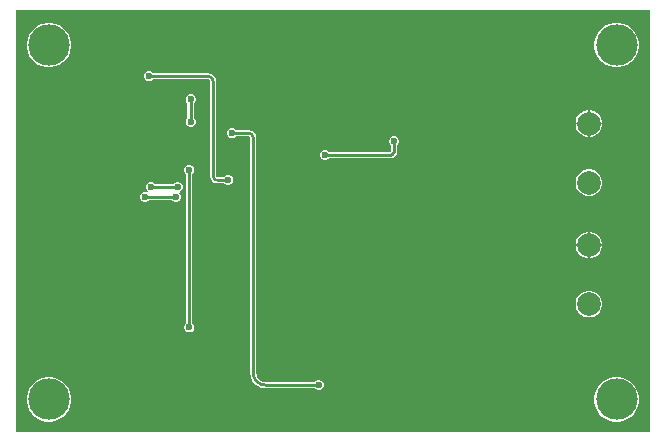
<source format=gbl>
G04*
G04 #@! TF.GenerationSoftware,Altium Limited,Altium Designer,24.2.2 (26)*
G04*
G04 Layer_Physical_Order=2*
G04 Layer_Color=16711680*
%FSLAX44Y44*%
%MOMM*%
G71*
G04*
G04 #@! TF.SameCoordinates,967F0760-92D6-49E7-A335-9EBDF73BCE5C*
G04*
G04*
G04 #@! TF.FilePolarity,Positive*
G04*
G01*
G75*
%ADD13C,0.2540*%
%ADD52C,2.0000*%
%ADD53C,0.6000*%
%ADD54C,3.5000*%
G36*
X538981Y2039D02*
X2039D01*
Y359403D01*
X538981D01*
Y2039D01*
D02*
G37*
%LPC*%
G36*
X512489Y348770D02*
X508791D01*
X505165Y348049D01*
X501749Y346634D01*
X498675Y344580D01*
X496060Y341965D01*
X494006Y338891D01*
X492591Y335475D01*
X491870Y331849D01*
Y328151D01*
X492591Y324525D01*
X494006Y321109D01*
X496060Y318035D01*
X498675Y315420D01*
X501749Y313366D01*
X505165Y311951D01*
X508791Y311230D01*
X512489D01*
X516115Y311951D01*
X519531Y313366D01*
X522605Y315420D01*
X525220Y318035D01*
X527274Y321109D01*
X528689Y324525D01*
X529410Y328151D01*
Y331849D01*
X528689Y335475D01*
X527274Y338891D01*
X525220Y341965D01*
X522605Y344580D01*
X519531Y346634D01*
X516115Y348049D01*
X512489Y348770D01*
D02*
G37*
G36*
X31849D02*
X28151D01*
X24525Y348049D01*
X21109Y346634D01*
X18035Y344580D01*
X15420Y341965D01*
X13366Y338891D01*
X11951Y335475D01*
X11230Y331849D01*
Y328151D01*
X11951Y324525D01*
X13366Y321109D01*
X15420Y318035D01*
X18035Y315420D01*
X21109Y313366D01*
X24525Y311951D01*
X28151Y311230D01*
X31849D01*
X35475Y311951D01*
X38891Y313366D01*
X41965Y315420D01*
X44580Y318035D01*
X46634Y321109D01*
X48049Y324525D01*
X48770Y328151D01*
Y331849D01*
X48049Y335475D01*
X46634Y338891D01*
X44580Y341965D01*
X41965Y344580D01*
X38891Y346634D01*
X35475Y348049D01*
X31849Y348770D01*
D02*
G37*
G36*
X488656Y274820D02*
X487807D01*
Y264185D01*
X498442D01*
Y265034D01*
X497674Y267901D01*
X496190Y270470D01*
X494092Y272569D01*
X491522Y274052D01*
X488656Y274820D01*
D02*
G37*
G36*
X486537D02*
X485688D01*
X482822Y274052D01*
X480252Y272569D01*
X478154Y270470D01*
X476670Y267901D01*
X475902Y265034D01*
Y264185D01*
X486537D01*
Y274820D01*
D02*
G37*
G36*
X150963Y288242D02*
X149265D01*
X147695Y287592D01*
X146494Y286391D01*
X145844Y284821D01*
Y283123D01*
X146494Y281553D01*
X147347Y280700D01*
Y268427D01*
X146317Y267397D01*
X145667Y265827D01*
Y264129D01*
X146317Y262559D01*
X147518Y261358D01*
X149087Y260708D01*
X150786D01*
X152355Y261358D01*
X153556Y262559D01*
X154207Y264129D01*
Y265827D01*
X153556Y267397D01*
X152526Y268427D01*
Y280350D01*
X152533Y280352D01*
X153734Y281553D01*
X154384Y283123D01*
Y284821D01*
X153734Y286391D01*
X152533Y287592D01*
X150963Y288242D01*
D02*
G37*
G36*
X498442Y262915D02*
X487807D01*
Y252280D01*
X488656D01*
X491522Y253048D01*
X494092Y254532D01*
X496190Y256630D01*
X497674Y259200D01*
X498442Y262067D01*
Y262915D01*
D02*
G37*
G36*
X486537D02*
X475902D01*
Y262067D01*
X476670Y259200D01*
X478154Y256630D01*
X480252Y254532D01*
X482822Y253048D01*
X485688Y252280D01*
X486537D01*
Y262915D01*
D02*
G37*
G36*
X322921Y252682D02*
X321223D01*
X319653Y252032D01*
X318452Y250831D01*
X317802Y249261D01*
Y247563D01*
X318452Y245993D01*
X319482Y244963D01*
Y239572D01*
X267101D01*
X266071Y240602D01*
X264501Y241252D01*
X262803D01*
X261233Y240602D01*
X260032Y239401D01*
X259382Y237831D01*
Y236133D01*
X260032Y234563D01*
X261233Y233362D01*
X262803Y232712D01*
X264501D01*
X266071Y233362D01*
X267101Y234392D01*
X319786D01*
Y234347D01*
X321669Y234722D01*
X323265Y235789D01*
X324332Y237385D01*
X324706Y239268D01*
X324662D01*
Y244963D01*
X325692Y245993D01*
X326342Y247563D01*
Y249261D01*
X325692Y250831D01*
X324491Y252032D01*
X322921Y252682D01*
D02*
G37*
G36*
X139787Y214074D02*
X138089D01*
X136519Y213424D01*
X135489Y212394D01*
X120035D01*
X119005Y213424D01*
X117435Y214074D01*
X115737D01*
X114167Y213424D01*
X112966Y212223D01*
X112316Y210653D01*
Y208955D01*
X112966Y207385D01*
X114167Y206184D01*
X113636Y205057D01*
X112101Y205692D01*
X110403D01*
X108833Y205042D01*
X107632Y203841D01*
X106982Y202271D01*
Y200573D01*
X107632Y199003D01*
X108833Y197802D01*
X110403Y197152D01*
X112101D01*
X113671Y197802D01*
X114701Y198832D01*
X133965D01*
X134995Y197802D01*
X136565Y197152D01*
X138263D01*
X139833Y197802D01*
X141034Y199003D01*
X141684Y200573D01*
Y202271D01*
X141034Y203841D01*
X140443Y204431D01*
X140742Y205929D01*
X141357Y206184D01*
X142558Y207385D01*
X143208Y208955D01*
Y210653D01*
X142558Y212223D01*
X141357Y213424D01*
X139787Y214074D01*
D02*
G37*
G36*
X115911Y307800D02*
X114213D01*
X112643Y307150D01*
X111442Y305949D01*
X110792Y304379D01*
Y302681D01*
X111442Y301111D01*
X112643Y299910D01*
X114213Y299260D01*
X115911D01*
X117481Y299910D01*
X118511Y300940D01*
X165100D01*
X165162Y300952D01*
X166169Y300535D01*
X166586Y299528D01*
X166574Y299466D01*
Y218694D01*
X166514D01*
X166948Y216514D01*
X168183Y214665D01*
X170032Y213430D01*
X172212Y212997D01*
Y213056D01*
X178415D01*
X179445Y212026D01*
X181015Y211376D01*
X182713D01*
X184283Y212026D01*
X185484Y213227D01*
X186134Y214797D01*
Y216495D01*
X185484Y218065D01*
X184283Y219266D01*
X182713Y219916D01*
X181015D01*
X179445Y219266D01*
X178415Y218236D01*
X172212D01*
Y218282D01*
X171920Y218402D01*
X171800Y218694D01*
X171754D01*
Y299466D01*
X171761D01*
X171534Y301190D01*
X170869Y302796D01*
X169810Y304176D01*
X168431Y305235D01*
X166824Y305900D01*
X165100Y306127D01*
Y306120D01*
X118511D01*
X117481Y307150D01*
X115911Y307800D01*
D02*
G37*
G36*
X488656Y224732D02*
X485688D01*
X482822Y223964D01*
X480252Y222480D01*
X478154Y220382D01*
X476670Y217812D01*
X475902Y214945D01*
Y211978D01*
X476670Y209111D01*
X478154Y206542D01*
X480252Y204443D01*
X482822Y202960D01*
X485688Y202192D01*
X488656D01*
X491522Y202960D01*
X494092Y204443D01*
X496190Y206542D01*
X497674Y209111D01*
X498442Y211978D01*
Y214945D01*
X497674Y217812D01*
X496190Y220382D01*
X494092Y222480D01*
X491522Y223964D01*
X488656Y224732D01*
D02*
G37*
G36*
Y172052D02*
X487807D01*
Y161417D01*
X498442D01*
Y162266D01*
X497674Y165132D01*
X496190Y167702D01*
X494092Y169800D01*
X491522Y171284D01*
X488656Y172052D01*
D02*
G37*
G36*
X486537D02*
X485688D01*
X482822Y171284D01*
X480252Y169800D01*
X478154Y167702D01*
X476670Y165132D01*
X475902Y162266D01*
Y161417D01*
X486537D01*
Y172052D01*
D02*
G37*
G36*
X498442Y160147D02*
X487807D01*
Y149512D01*
X488656D01*
X491522Y150280D01*
X494092Y151764D01*
X496190Y153862D01*
X497674Y156432D01*
X498442Y159298D01*
Y160147D01*
D02*
G37*
G36*
X486537D02*
X475902D01*
Y159298D01*
X476670Y156432D01*
X478154Y153862D01*
X480252Y151764D01*
X482822Y150280D01*
X485688Y149512D01*
X486537D01*
Y160147D01*
D02*
G37*
G36*
X488656Y121963D02*
X485688D01*
X482822Y121195D01*
X480252Y119711D01*
X478154Y117613D01*
X476670Y115043D01*
X475902Y112177D01*
Y109209D01*
X476670Y106343D01*
X478154Y103773D01*
X480252Y101675D01*
X482822Y100191D01*
X485688Y99423D01*
X488656D01*
X491522Y100191D01*
X494092Y101675D01*
X496190Y103773D01*
X497674Y106343D01*
X498442Y109209D01*
Y112177D01*
X497674Y115043D01*
X496190Y117613D01*
X494092Y119711D01*
X491522Y121195D01*
X488656Y121963D01*
D02*
G37*
G36*
X149693Y228552D02*
X147995D01*
X146425Y227902D01*
X145224Y226701D01*
X144574Y225131D01*
Y223433D01*
X145224Y221863D01*
X146254Y220833D01*
Y94381D01*
X145224Y93351D01*
X144574Y91781D01*
Y90083D01*
X145224Y88513D01*
X146425Y87312D01*
X147995Y86662D01*
X149693D01*
X151263Y87312D01*
X152464Y88513D01*
X153114Y90083D01*
Y91781D01*
X152464Y93351D01*
X151434Y94381D01*
Y220833D01*
X152464Y221863D01*
X153114Y223433D01*
Y225131D01*
X152464Y226701D01*
X151263Y227902D01*
X149693Y228552D01*
D02*
G37*
G36*
X186015Y259540D02*
X184317D01*
X182747Y258890D01*
X181546Y257689D01*
X180896Y256119D01*
Y254421D01*
X181546Y252851D01*
X182747Y251650D01*
X184317Y251000D01*
X186015D01*
X187585Y251650D01*
X188615Y252680D01*
X199390D01*
Y252676D01*
X200070Y252394D01*
X200352Y251714D01*
X200356D01*
Y52324D01*
X200297D01*
X200730Y49037D01*
X201999Y45974D01*
X204017Y43344D01*
X206647Y41326D01*
X209710Y40057D01*
X212997Y39625D01*
Y39683D01*
X254829D01*
X255859Y38653D01*
X257428Y38003D01*
X259127D01*
X260697Y38653D01*
X261898Y39855D01*
X262548Y41424D01*
Y43123D01*
X261898Y44692D01*
X260697Y45893D01*
X259127Y46543D01*
X257428D01*
X255859Y45893D01*
X254829Y44863D01*
X212997D01*
Y44876D01*
X211069Y45130D01*
X209273Y45874D01*
X207731Y47058D01*
X206547Y48600D01*
X205803Y50396D01*
X205549Y52324D01*
X205536D01*
Y251714D01*
X205605D01*
X205132Y254093D01*
X203785Y256109D01*
X201768Y257456D01*
X199390Y257929D01*
Y257860D01*
X188615D01*
X187585Y258890D01*
X186015Y259540D01*
D02*
G37*
G36*
X512489Y48770D02*
X508791D01*
X505165Y48049D01*
X501749Y46634D01*
X498675Y44580D01*
X496060Y41965D01*
X494006Y38891D01*
X492591Y35475D01*
X491870Y31849D01*
Y28151D01*
X492591Y24525D01*
X494006Y21109D01*
X496060Y18035D01*
X498675Y15420D01*
X501749Y13366D01*
X505165Y11951D01*
X508791Y11230D01*
X512489D01*
X516115Y11951D01*
X519531Y13366D01*
X522605Y15420D01*
X525220Y18035D01*
X527274Y21109D01*
X528689Y24525D01*
X529410Y28151D01*
Y31849D01*
X528689Y35475D01*
X527274Y38891D01*
X525220Y41965D01*
X522605Y44580D01*
X519531Y46634D01*
X516115Y48049D01*
X512489Y48770D01*
D02*
G37*
G36*
X31849D02*
X28151D01*
X24525Y48049D01*
X21109Y46634D01*
X18035Y44580D01*
X15420Y41965D01*
X13366Y38891D01*
X11951Y35475D01*
X11230Y31849D01*
Y28151D01*
X11951Y24525D01*
X13366Y21109D01*
X15420Y18035D01*
X18035Y15420D01*
X21109Y13366D01*
X24525Y11951D01*
X28151Y11230D01*
X31849D01*
X35475Y11951D01*
X38891Y13366D01*
X41965Y15420D01*
X44580Y18035D01*
X46634Y21109D01*
X48049Y24525D01*
X48770Y28151D01*
Y31849D01*
X48049Y35475D01*
X46634Y38891D01*
X44580Y41965D01*
X41965Y44580D01*
X38891Y46634D01*
X35475Y48049D01*
X31849Y48770D01*
D02*
G37*
%LPD*%
D13*
X319786Y236982D02*
G03*
X322072Y239268I0J2286D01*
G01*
X202946Y251714D02*
G03*
X199390Y255270I-3556J0D01*
G01*
X202946Y52324D02*
G03*
X212997Y42273I10051J0D01*
G01*
X169164Y218694D02*
G03*
X172212Y215646I3048J0D01*
G01*
X169164Y299466D02*
G03*
X165100Y303530I-4064J0D01*
G01*
X116586Y209804D02*
X138938D01*
X111252Y201422D02*
X137414D01*
X149937Y264978D02*
Y283972D01*
X263652Y236982D02*
X319786D01*
X322072Y239268D02*
Y248412D01*
X185166Y255270D02*
X199390D01*
X202946Y52324D02*
Y251714D01*
X212997Y42273D02*
X258278D01*
X172212Y215646D02*
X181864D01*
X169164Y218694D02*
Y299466D01*
X115062Y303530D02*
X165100D01*
X148844Y90932D02*
Y224282D01*
X149937Y283972D02*
X150114D01*
D52*
X487172Y160782D02*
D03*
Y110693D02*
D03*
Y213462D02*
D03*
Y263550D02*
D03*
D53*
X116586Y209804D02*
D03*
X111252Y201422D02*
D03*
X322072Y248412D02*
D03*
X263652Y236982D02*
D03*
X138938Y209804D02*
D03*
X185166Y255270D02*
D03*
X115062Y303530D02*
D03*
X181864Y215646D02*
D03*
X137414Y201422D02*
D03*
X148844Y90932D02*
D03*
Y224282D02*
D03*
X150114Y283972D02*
D03*
X149937Y264978D02*
D03*
X258278Y42273D02*
D03*
D54*
X30000Y30000D02*
D03*
X510640D02*
D03*
Y330000D02*
D03*
X30000D02*
D03*
M02*

</source>
